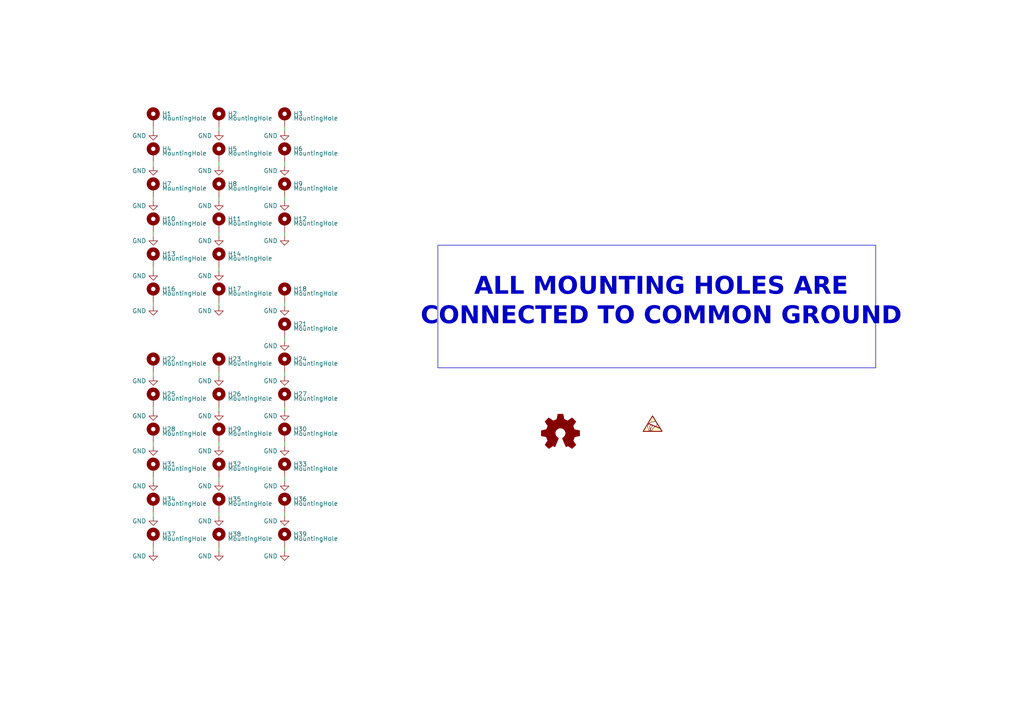
<source format=kicad_sch>
(kicad_sch (version 20231120) (generator "eeschema") (generator_version "8.0")
  (paper "A4")
  (title_block (title "Mounting Holes") (date "2024-11-26") (rev "A") (company "ModuCard System") (comment 1 "Artem Horiunov"))
  (lib_symbols
    (symbol "Graphic:Logo_Open_Hardware_Small" (in_bom no) (on_board no)
      (symbol "Logo_Open_Hardware_Small_0_1"
        (polyline (pts (xy 3.3528 -4.3434) (xy 3.302 -4.318) (xy 3.175 -4.2418) (xy 2.9972 -4.1148) (xy 2.7686 -3.9624) (xy 2.54 -3.81) (xy 2.3622 -3.7084) (xy 2.2352 -3.6068) (xy 2.1844 -3.5814) (xy 2.159 -3.6068) (xy 2.0574 -3.6576) (xy 1.905 -3.7338) (xy 1.8034 -3.7846) (xy 1.6764 -3.8354) (xy 1.6002 -3.8354) (xy 1.6002 -3.8354) (xy 1.5494 -3.7338) (xy 1.4732 -3.5306) (xy 1.3462 -3.302) (xy 1.2446 -3.0226) (xy 1.1176 -2.7178) (xy 0.9652 -2.413) (xy 0.8636 -2.1082) (xy 0.7366 -1.8288) (xy 0.6604 -1.6256) (xy 0.6096 -1.4732) (xy 0.5842 -1.397) (xy 0.5842 -1.397) (xy 0.6604 -1.3208) (xy 0.7874 -1.2446) (xy 1.0414 -1.016) (xy 1.2954 -0.6858) (xy 1.4478 -0.3302) (xy 1.524 0.0762) (xy 1.4732 0.4572) (xy 1.3208 0.8128) (xy 1.0668 1.143) (xy 0.762 1.3716) (xy 0.4064 1.524) (xy 0 1.5748) (xy -0.381 1.5494) (xy -0.7366 1.397) (xy -1.0668 1.143) (xy -1.2192 0.9906) (xy -1.397 0.6604) (xy -1.524 0.3048) (xy -1.524 0.2286) (xy -1.4986 -0.1778) (xy -1.397 -0.5334) (xy -1.1938 -0.8636) (xy -0.9144 -1.143) (xy -0.8636 -1.1684) (xy -0.7366 -1.27) (xy -0.635 -1.3462) (xy -0.5842 -1.397) (xy -1.0668 -2.5908) (xy -1.143 -2.794) (xy -1.2954 -3.1242) (xy -1.397 -3.4036) (xy -1.4986 -3.6322) (xy -1.5748 -3.7846) (xy -1.6002 -3.8354) (xy -1.6002 -3.8354) (xy -1.651 -3.8354) (xy -1.7272 -3.81) (xy -1.905 -3.7338) (xy -2.0066 -3.683) (xy -2.1336 -3.6068) (xy -2.2098 -3.5814) (xy -2.2606 -3.6068) (xy -2.3622 -3.683) (xy -2.54 -3.81) (xy -2.7686 -3.9624) (xy -2.9718 -4.0894) (xy -3.1496 -4.2164) (xy -3.302 -4.318) (xy -3.3528 -4.3434) (xy -3.3782 -4.3434) (xy -3.429 -4.318) (xy -3.5306 -4.2164) (xy -3.7084 -4.064) (xy -3.937 -3.8354) (xy -3.9624 -3.81) (xy -4.1656 -3.6068) (xy -4.318 -3.4544) (xy -4.4196 -3.3274) (xy -4.445 -3.2766) (xy -4.445 -3.2766) (xy -4.4196 -3.2258) (xy -4.318 -3.0734) (xy -4.2164 -2.8956) (xy -4.064 -2.667) (xy -3.6576 -2.0828) (xy -3.8862 -1.5494) (xy -3.937 -1.3716) (xy -4.0386 -1.1684) (xy -4.0894 -1.0414) (xy -4.1148 -0.9652) (xy -4.191 -0.9398) (xy -4.318 -0.9144) (xy -4.5466 -0.8636) (xy -4.8006 -0.8128) (xy -5.0546 -0.7874) (xy -5.2578 -0.7366) (xy -5.4356 -0.7112) (xy -5.5118 -0.6858) (xy -5.5118 -0.6858) (xy -5.5372 -0.635) (xy -5.5372 -0.5588) (xy -5.5372 -0.4318) (xy -5.5626 -0.2286) (xy -5.5626 0.0762) (xy -5.5626 0.127) (xy -5.5372 0.4064) (xy -5.5372 0.635) (xy -5.5372 0.762) (xy -5.5372 0.8382) (xy -5.5372 0.8382) (xy -5.461 0.8382) (xy -5.3086 0.889) (xy -5.08 0.9144) (xy -4.826 0.9652) (xy -4.8006 0.9906) (xy -4.5466 1.0414) (xy -4.318 1.0668) (xy -4.1656 1.1176) (xy -4.0894 1.143) (xy -4.0894 1.143) (xy -4.0386 1.2446) (xy -3.9624 1.4224) (xy -3.8608 1.6256) (xy -3.7846 1.8288) (xy -3.7084 2.0066) (xy -3.6576 2.159) (xy -3.6322 2.2098) (xy -3.6322 2.2098) (xy -3.683 2.286) (xy -3.7592 2.413) (xy -3.8862 2.5908) (xy -4.064 2.8194) (xy -4.064 2.8448) (xy -4.2164 3.0734) (xy -4.3434 3.2512) (xy -4.4196 3.3782) (xy -4.445 3.4544) (xy -4.445 3.4544) (xy -4.3942 3.5052) (xy -4.2926 3.6322) (xy -4.1148 3.81) (xy -3.937 4.0132) (xy -3.8608 4.064) (xy -3.6576 4.2926) (xy -3.5052 4.4196) (xy -3.4036 4.4958) (xy -3.3528 4.5212) (xy -3.3528 4.5212) (xy -3.302 4.4704) (xy -3.1496 4.3688) (xy -2.9718 4.2418) (xy -2.7432 4.0894) (xy -2.7178 4.0894) (xy -2.4892 3.937) (xy -2.3114 3.81) (xy -2.1844 3.7084) (xy -2.1336 3.683) (xy -2.1082 3.683) (xy -2.032 3.7084) (xy -1.8542 3.7592) (xy -1.6764 3.8354) (xy -1.4732 3.937) (xy -1.27 4.0132) (xy -1.143 4.064) (xy -1.0668 4.1148) (xy -1.0668 4.1148) (xy -1.0414 4.191) (xy -1.016 4.3434) (xy -0.9652 4.572) (xy -0.9144 4.8514) (xy -0.889 4.9022) (xy -0.8382 5.1562) (xy -0.8128 5.3848) (xy -0.7874 5.5372) (xy -0.762 5.588) (xy -0.7112 5.6134) (xy -0.5842 5.6134) (xy -0.4064 5.6134) (xy -0.1524 5.6134) (xy 0.0762 5.6134) (xy 0.3302 5.6134) (xy 0.5334 5.6134) (xy 0.6858 5.588) (xy 0.7366 5.588) (xy 0.7366 5.588) (xy 0.762 5.5118) (xy 0.8128 5.334) (xy 0.8382 5.1054) (xy 0.9144 4.826) (xy 0.9144 4.7752) (xy 0.9652 4.5212) (xy 1.016 4.2926) (xy 1.0414 4.1402) (xy 1.0668 4.0894) (xy 1.0668 4.0894) (xy 1.1938 4.0386) (xy 1.3716 3.9624) (xy 1.5748 3.8608) (xy 2.0828 3.6576) (xy 2.7178 4.0894) (xy 2.7686 4.1402) (xy 2.9972 4.2926) (xy 3.175 4.4196) (xy 3.302 4.4958) (xy 3.3782 4.5212) (xy 3.3782 4.5212) (xy 3.429 4.4704) (xy 3.556 4.3434) (xy 3.7338 4.191) (xy 3.9116 3.9878) (xy 4.064 3.8354) (xy 4.2418 3.6576) (xy 4.3434 3.556) (xy 4.4196 3.4798) (xy 4.4196 3.429) (xy 4.4196 3.4036) (xy 4.3942 3.3274) (xy 4.2926 3.2004) (xy 4.1656 2.9972) (xy 4.0132 2.794) (xy 3.8862 2.5908) (xy 3.7592 2.3876) (xy 3.6576 2.2352) (xy 3.6322 2.159) (xy 3.6322 2.1336) (xy 3.683 2.0066) (xy 3.7592 1.8288) (xy 3.8608 1.6002) (xy 4.064 1.1176) (xy 4.3942 1.0414) (xy 4.5974 1.016) (xy 4.8768 0.9652) (xy 5.1308 0.9144) (xy 5.5372 0.8382) (xy 5.5626 -0.6604) (xy 5.4864 -0.6858) (xy 5.4356 -0.6858) (xy 5.2832 -0.7366) (xy 5.0546 -0.762) (xy 4.8006 -0.8128) (xy 4.5974 -0.8636) (xy 4.3688 -0.9144) (xy 4.2164 -0.9398) (xy 4.1402 -0.9398) (xy 4.1148 -0.9652) (xy 4.064 -1.0668) (xy 3.9878 -1.2446) (xy 3.9116 -1.4478) (xy 3.81 -1.651) (xy 3.7338 -1.8542) (xy 3.683 -2.0066) (xy 3.6576 -2.0828) (xy 3.683 -2.1336) (xy 3.7846 -2.2606) (xy 3.8862 -2.4638) (xy 4.0386 -2.667) (xy 4.191 -2.8956) (xy 4.318 -3.0734) (xy 4.3942 -3.2004) (xy 4.445 -3.2766) (xy 4.4196 -3.3274) (xy 4.3434 -3.429) (xy 4.1656 -3.5814) (xy 3.937 -3.8354) (xy 3.8862 -3.8608) (xy 3.683 -4.064) (xy 3.5306 -4.2164) (xy 3.4036 -4.318) (xy 3.3528 -4.3434)) (fill (type outline)))
      )
    )
    (symbol "Graphic:SYM_ESD_Small" (in_bom no) (on_board no)
      (symbol "SYM_ESD_Small_0_0"
        (polyline (pts (xy -1.27 0.381) (xy 2.159 -1.016)) (stroke (width 0.254)))
        (polyline (pts (xy -2.667 -1.905) (xy 2.794 -1.905) (xy 0 2.54) (xy -2.667 -1.905)) (stroke (width 0.254)))
        (polyline (pts (xy 2.7432 -1.905) (xy 2.7178 -1.8796) (xy 2.6162 -1.6764) (xy 2.5654 -1.6002) (xy 2.4892 -1.4986) (xy 2.4384 -1.3716) (xy 1.7526 -0.2286) (xy 1.7018 -0.127) (xy 1.6256 -0.0508) (xy 1.6002 0.0508) (xy 1.5494 0.1016) (xy 1.4986 0.2032) (xy 1.4732 0.2286) (xy 1.4732 0.2032) (xy 1.4478 0.2032) (xy 1.3208 0.0762) (xy 1.2954 0.0254) (xy 1.2954 -0.0254) (xy 1.27 -0.0762) (xy 1.2446 -0.1524) (xy 1.143 -0.254) (xy 1.0922 -0.3302) (xy 1.0414 -0.3556) (xy 0.9144 -0.4826) (xy 0.762 -0.5842) (xy 0.6604 -0.6604) (xy 0.508 -0.762) (xy 0.4572 -0.8128) (xy 0.3556 -0.8636) (xy 0.3048 -0.9144) (xy 0.2286 -0.9652) (xy 0.0762 -1.1938) (xy 0.0254 -1.2954) (xy -0.0254 -1.4224) (xy -0.0508 -1.4986) (xy -0.1016 -1.5748) (xy -0.127 -1.651) (xy -0.1778 -1.6764) (xy -0.2032 -1.7272) (xy -0.254 -1.7526) (xy -0.4064 -1.7526) (xy -0.4064 -1.7272) (xy -0.4572 -1.7018) (xy -0.4826 -1.6256) (xy -0.508 -1.524) (xy -0.508 -1.0922) (xy -0.4572 -0.889) (xy -0.4064 -0.8128) (xy -0.254 -0.6604) (xy -0.2032 -0.5842) (xy -0.127 -0.5334) (xy -0.1016 -0.4826) (xy -0.0762 -0.4064) (xy -0.0508 -0.3556) (xy -0.0254 -0.3302) (xy -0.0254 -0.2794) (xy 0 -0.2286) (xy -0.0762 -0.1524) (xy -0.127 -0.127) (xy -0.1524 -0.0762) (xy -0.2032 -0.0508) (xy -0.2286 -0.0254) (xy -0.254 -0.0254) (xy -0.3048 -0.0762) (xy -0.3556 -0.1016) (xy -0.4318 -0.127) (xy -0.4826 -0.1524) (xy -0.5588 -0.2286) (xy -0.6096 -0.254) (xy -0.8382 -0.4826) (xy -0.8128 -0.5588) (xy -0.7874 -0.5842) (xy -0.7874 -0.8636) (xy -0.8128 -0.889) (xy -0.8128 -0.9652) (xy -0.762 -1.016) (xy -0.762 -1.0414) (xy -0.6604 -1.2954) (xy -0.6604 -1.5748) (xy -0.6858 -1.6002) (xy -0.6858 -1.6256) (xy -0.7366 -1.7018) (xy -0.8382 -1.7526) (xy -0.9144 -1.7526) (xy -0.9398 -1.7272) (xy -0.9652 -1.6764) (xy -1.016 -1.6002) (xy -1.0414 -1.524) (xy -1.143 -1.27) (xy -1.2192 -1.0414) (xy -1.27 -0.9652) (xy -1.2954 -0.889) (xy -1.3208 -0.8382) (xy -1.3208 -0.8128) (xy -1.3716 -0.7112) (xy -1.397 -0.5842) (xy -1.397 -0.4826) (xy -1.3716 -0.381) (xy -1.3208 -0.254) (xy -1.2954 -0.2032) (xy -1.1938 -0.0508) (xy -1.0414 0.1524) (xy -0.9906 0.2032) (xy -0.9652 0.254) (xy -0.9144 0.3302) (xy -0.889 0.381) (xy -0.8636 0.381) (xy -0.8128 0.508) (xy -0.6096 0.7112) (xy -0.5334 0.7366) (xy -0.508 0.762) (xy -0.4318 0.762) (xy -0.3556 0.7874) (xy -0.2286 0.8128) (xy -0.1016 0.8128) (xy 0.0508 0.8382) (xy 0.2032 0.8382) (xy 0.3048 0.8636) (xy 0.4826 0.8636) (xy 0.5334 0.889) (xy 0.5842 0.889) (xy 0.6858 0.9398) (xy 0.7112 0.9652) (xy 0.762 0.9906) (xy 0.8128 1.0414) (xy 0.8636 1.0668) (xy 0.889 1.1176) (xy 0.9144 1.143) (xy 0.9144 1.1938) (xy 0.889 1.2192) (xy 0.8636 1.27) (xy 0.8128 1.3462) (xy 0.7112 1.5494) (xy 0.635 1.651) (xy 0.5842 1.7526) (xy 0.508 1.8796) (xy 0.4572 1.9558) (xy 0.381 2.0828) (xy 0.3048 2.1844) (xy 0.254 2.286) (xy 0.2032 2.3622) (xy 0.1778 2.4384) (xy 0.1016 2.5146) (xy 0.1016 2.54) (xy 0.0762 2.5654) (xy 0.0762 2.5908) (xy 0.0254 2.5908) (xy 0.0254 2.5654) (xy -0.0254 2.5146) (xy -0.1016 2.3622) (xy -0.254 2.1336) (xy -0.3048 2.032) (xy -0.4572 1.778) (xy -0.5588 1.6256) (xy -0.762 1.27) (xy -0.889 1.0668) (xy -1.016 0.8382) (xy -1.1684 0.6096) (xy -1.3208 0.3302) (xy -1.397 0.2032) (xy -1.524 -0.0254) (xy -1.778 -0.4318) (xy -1.8796 -0.635) (xy -2.0066 -0.8128) (xy -2.1082 -0.9906) (xy -2.2098 -1.143) (xy -2.286 -1.2954) (xy -2.4384 -1.5494) (xy -2.4892 -1.651) (xy -2.5654 -1.7526) (xy -2.5908 -1.8288) (xy -2.6162 -1.8796) (xy -2.6416 -1.905) (xy -2.6416 -1.9304) (xy 2.7432 -1.9304) (xy 2.7432 -1.905)) (stroke (width 0.127)) (fill (type background)))
      )
    )
    (symbol "Mechanical:MountingHole_Pad" (pin_numbers hide) (pin_names (offset 1.016) hide)
      (property "Reference" "H" (at 0 6.35 0))
      (property "Value" "MountingHole_Pad" (at 0 4.445 0))
      (symbol "MountingHole_Pad_0_1"
        (circle (center 0 1.27) (radius 1.27) (stroke (width 1.27)))
      )
      (symbol "MountingHole_Pad_1_1"
        (pin input line (at 0 -2.54 90) (length 2.54) (name "1") (number "1"))
      )
    )
    (symbol "power:GND" (power) (pin_numbers hide) (pin_names (offset 0) hide)
      (property "Value" "GND" (at 0 -3.81 0))
      (symbol "GND_0_1"
        (polyline (pts (xy 0 0) (xy 0 -1.27) (xy 1.27 -1.27) (xy 0 -2.54) (xy -1.27 -1.27) (xy 0 -1.27)))
      )
      (symbol "GND_1_1"
        (pin power_in line (at 0 0 270) (length 0) (name "~") (number "1"))
      )
    )
  )
  (wire (pts (xy 44.45 77.47) (xy 44.45 78.74)))
  (wire (pts (xy 82.55 36.83) (xy 82.55 38.1)))
  (wire (pts (xy 44.45 107.95) (xy 44.45 109.22)))
  (wire (pts (xy 44.45 158.75) (xy 44.45 160.02)))
  (wire (pts (xy 82.55 97.79) (xy 82.55 99.06)))
  (wire (pts (xy 82.55 128.27) (xy 82.55 129.54)))
  (wire (pts (xy 82.55 57.15) (xy 82.55 58.42)))
  (wire (pts (xy 63.5 118.11) (xy 63.5 119.38)))
  (wire (pts (xy 82.55 87.63) (xy 82.55 88.9)))
  (wire (pts (xy 63.5 138.43) (xy 63.5 139.7)))
  (wire (pts (xy 44.45 118.11) (xy 44.45 119.38)))
  (wire (pts (xy 63.5 67.31) (xy 63.5 68.58)))
  (wire (pts (xy 44.45 87.63) (xy 44.45 88.9)))
  (wire (pts (xy 63.5 87.63) (xy 63.5 88.9)))
  (wire (pts (xy 44.45 128.27) (xy 44.45 129.54)))
  (wire (pts (xy 44.45 36.83) (xy 44.45 38.1)))
  (wire (pts (xy 63.5 57.15) (xy 63.5 58.42)))
  (wire (pts (xy 63.5 107.95) (xy 63.5 109.22)))
  (wire (pts (xy 44.45 148.59) (xy 44.45 149.86)))
  (wire (pts (xy 63.5 77.47) (xy 63.5 78.74)))
  (wire (pts (xy 44.45 67.31) (xy 44.45 68.58)))
  (wire (pts (xy 44.45 138.43) (xy 44.45 139.7)))
  (wire (pts (xy 82.55 107.95) (xy 82.55 109.22)))
  (wire (pts (xy 44.45 46.99) (xy 44.45 48.26)))
  (wire (pts (xy 63.5 148.59) (xy 63.5 149.86)))
  (wire (pts (xy 63.5 36.83) (xy 63.5 38.1)))
  (wire (pts (xy 82.55 46.99) (xy 82.55 48.26)))
  (wire (pts (xy 63.5 46.99) (xy 63.5 48.26)))
  (wire (pts (xy 82.55 67.31) (xy 82.55 68.58)))
  (wire (pts (xy 82.55 118.11) (xy 82.55 119.38)))
  (wire (pts (xy 82.55 138.43) (xy 82.55 139.7)))
  (wire (pts (xy 82.55 148.59) (xy 82.55 149.86)))
  (wire (pts (xy 44.45 57.15) (xy 44.45 58.42)))
  (wire (pts (xy 63.5 158.75) (xy 63.5 160.02)))
  (wire (pts (xy 63.5 128.27) (xy 63.5 129.54)))
  (wire (pts (xy 82.55 158.75) (xy 82.55 160.02)))
  (rectangle (start 127 71.12) (end 254 106.68))
  (text "ALL MOUNTING HOLES ARE\nCONNECTED TO COMMON GROUND" (at 191.77 88.9 0) (effects (font (size 5.08 5.08) (thickness 2.032) (bold yes) (italic yes))))
  (symbol (lib_id "Mechanical:MountingHole_Pad") (at 63.5 115.57 0) (unit 1)
    (property "Reference" "H26" (at 66.04 114.3 0) (effects (justify left)))
    (property "Value" "MountingHole" (at 66.04 115.57 0) (effects (justify left)))
    (property "Footprint" "MountingHole:MountingHole_2.7mm_M2.5_DIN965_Pad" (effects (hide yes)))
    (property "DNP" "1" (effects (hide yes)))
  )
  (symbol (lib_id "power:GND") (at 44.45 160.02 0) (unit 1)
    (property "Reference" "#PWR090" (effects (hide yes)))
    (property "Value" "GND" (at 40.386 161.29 0))
    (property "Description" "Power symbol creates a global label with name \"GND\" , ground" (effects (hide yes)))
  )
  (symbol (lib_id "power:GND") (at 82.55 48.26 0) (unit 1)
    (property "Reference" "#PWR057" (effects (hide yes)))
    (property "Value" "GND" (at 78.486 49.53 0))
    (property "Description" "Power symbol creates a global label with name \"GND\" , ground" (effects (hide yes)))
  )
  (symbol (lib_id "power:GND") (at 82.55 38.1 0) (unit 1)
    (property "Reference" "#PWR056" (effects (hide yes)))
    (property "Value" "GND" (at 78.486 39.37 0))
    (property "Description" "Power symbol creates a global label with name \"GND\" , ground" (effects (hide yes)))
  )
  (symbol (lib_id "power:GND") (at 63.5 88.9 0) (unit 1)
    (property "Reference" "#PWR070" (effects (hide yes)))
    (property "Value" "GND" (at 59.436 90.17 0))
    (property "Description" "Power symbol creates a global label with name \"GND\" , ground" (effects (hide yes)))
  )
  (symbol (lib_id "Mechanical:MountingHole_Pad") (at 44.45 156.21 0) (unit 1)
    (property "Reference" "H37" (at 46.99 154.94 0) (effects (justify left)))
    (property "Value" "MountingHole" (at 46.99 156.21 0) (effects (justify left)))
    (property "Footprint" "MountingHole:MountingHole_2.7mm_M2.5_DIN965_Pad" (effects (hide yes)))
    (property "DNP" "1" (effects (hide yes)))
  )
  (symbol (lib_id "Mechanical:MountingHole_Pad") (at 82.55 64.77 0) (unit 1)
    (property "Reference" "H12" (at 85.09 63.5 0) (effects (justify left)))
    (property "Value" "MountingHole" (at 85.09 64.77 0) (effects (justify left)))
    (property "Footprint" "MountingHole:MountingHole_2.7mm_M2.5_DIN965_Pad" (effects (hide yes)))
    (property "DNP" "1" (effects (hide yes)))
  )
  (symbol (lib_id "Mechanical:MountingHole_Pad") (at 63.5 34.29 0) (unit 1) (in_bom no)
    (property "Reference" "H2" (at 66.04 33.02 0) (effects (justify left)))
    (property "Value" "MountingHole" (at 66.04 34.29 0) (effects (justify left)))
    (property "Footprint" "MountingHole:MountingHole_2.7mm_M2.5_DIN965_Pad" (effects (hide yes)))
    (property "DNP" "1" (effects (hide yes)))
  )
  (symbol (lib_id "Mechanical:MountingHole_Pad") (at 63.5 44.45 0) (unit 1)
    (property "Reference" "H5" (at 66.04 43.18 0) (effects (justify left)))
    (property "Value" "MountingHole" (at 66.04 44.45 0) (effects (justify left)))
    (property "Footprint" "MountingHole:MountingHole_2.7mm_M2.5_DIN965_Pad" (effects (hide yes)))
    (property "DNP" "1" (effects (hide yes)))
  )
  (symbol (lib_id "Mechanical:MountingHole_Pad") (at 44.45 64.77 0) (unit 1)
    (property "Reference" "H10" (at 46.99 63.5 0) (effects (justify left)))
    (property "Value" "MountingHole" (at 46.99 64.77 0) (effects (justify left)))
    (property "Footprint" "MountingHole:MountingHole_2.7mm_M2.5_DIN965_Pad" (effects (hide yes)))
    (property "DNP" "1" (effects (hide yes)))
  )
  (symbol (lib_id "Mechanical:MountingHole_Pad") (at 82.55 125.73 0) (unit 1)
    (property "Reference" "H30" (at 85.09 124.46 0) (effects (justify left)))
    (property "Value" "MountingHole" (at 85.09 125.73 0) (effects (justify left)))
    (property "Footprint" "MountingHole:MountingHole_2.7mm_M2.5_DIN965_Pad" (effects (hide yes)))
    (property "DNP" "1" (effects (hide yes)))
  )
  (symbol (lib_id "power:GND") (at 63.5 160.02 0) (unit 1)
    (property "Reference" "#PWR091" (effects (hide yes)))
    (property "Value" "GND" (at 59.436 161.29 0))
    (property "Description" "Power symbol creates a global label with name \"GND\" , ground" (effects (hide yes)))
  )
  (symbol (lib_id "Mechanical:MountingHole_Pad") (at 63.5 105.41 0) (unit 1)
    (property "Reference" "H23" (at 66.04 104.14 0) (effects (justify left)))
    (property "Value" "MountingHole" (at 66.04 105.41 0) (effects (justify left)))
    (property "Footprint" "MountingHole:MountingHole_2.7mm_M2.5_DIN965_Pad" (effects (hide yes)))
    (property "DNP" "1" (effects (hide yes)))
  )
  (symbol (lib_id "power:GND") (at 44.45 119.38 0) (unit 1)
    (property "Reference" "#PWR078" (effects (hide yes)))
    (property "Value" "GND" (at 40.386 120.65 0))
    (property "Description" "Power symbol creates a global label with name \"GND\" , ground" (effects (hide yes)))
  )
  (symbol (lib_id "Mechanical:MountingHole_Pad") (at 63.5 85.09 0) (unit 1)
    (property "Reference" "H17" (at 66.04 83.82 0) (effects (justify left)))
    (property "Value" "MountingHole" (at 66.04 85.09 0) (effects (justify left)))
    (property "Footprint" "MountingHole:MountingHole_2.7mm_M2.5_DIN965_Pad" (effects (hide yes)))
    (property "DNP" "1" (effects (hide yes)))
  )
  (symbol (lib_id "power:GND") (at 44.45 48.26 0) (unit 1)
    (property "Reference" "#PWR059" (effects (hide yes)))
    (property "Value" "GND" (at 40.386 49.53 0))
    (property "Description" "Power symbol creates a global label with name \"GND\" , ground" (effects (hide yes)))
  )
  (symbol (lib_id "power:GND") (at 82.55 129.54 0) (unit 1)
    (property "Reference" "#PWR083" (effects (hide yes)))
    (property "Value" "GND" (at 78.486 130.81 0))
    (property "Description" "Power symbol creates a global label with name \"GND\" , ground" (effects (hide yes)))
  )
  (symbol (lib_id "power:GND") (at 44.45 109.22 0) (unit 1)
    (property "Reference" "#PWR075" (effects (hide yes)))
    (property "Value" "GND" (at 40.386 110.49 0))
    (property "Description" "Power symbol creates a global label with name \"GND\" , ground" (effects (hide yes)))
  )
  (symbol (lib_id "power:GND") (at 63.5 68.58 0) (unit 1)
    (property "Reference" "#PWR064" (effects (hide yes)))
    (property "Value" "GND" (at 59.436 69.85 0))
    (property "Description" "Power symbol creates a global label with name \"GND\" , ground" (effects (hide yes)))
  )
  (symbol (lib_id "Mechanical:MountingHole_Pad") (at 82.55 105.41 0) (unit 1)
    (property "Reference" "H24" (at 85.09 104.14 0) (effects (justify left)))
    (property "Value" "MountingHole" (at 85.09 105.41 0) (effects (justify left)))
    (property "Footprint" "MountingHole:MountingHole_2.7mm_M2.5_DIN965_Pad" (effects (hide yes)))
    (property "DNP" "1" (effects (hide yes)))
  )
  (symbol (lib_id "power:GND") (at 63.5 38.1 0) (unit 1)
    (property "Reference" "#PWR055" (effects (hide yes)))
    (property "Value" "GND" (at 59.436 39.37 0))
    (property "Description" "Power symbol creates a global label with name \"GND\" , ground" (effects (hide yes)))
  )
  (symbol (lib_id "Mechanical:MountingHole_Pad") (at 82.55 95.25 0) (unit 1)
    (property "Reference" "H21" (at 85.09 93.98 0) (effects (justify left)))
    (property "Value" "MountingHole" (at 85.09 95.25 0) (effects (justify left)))
    (property "Footprint" "MountingHole:MountingHole_2.7mm_M2.5_DIN965_Pad" (effects (hide yes)))
    (property "DNP" "1" (effects (hide yes)))
  )
  (symbol (lib_id "power:GND") (at 82.55 149.86 0) (unit 1)
    (property "Reference" "#PWR089" (effects (hide yes)))
    (property "Value" "GND" (at 78.486 151.13 0))
    (property "Description" "Power symbol creates a global label with name \"GND\" , ground" (effects (hide yes)))
  )
  (symbol (lib_id "power:GND") (at 82.55 109.22 0) (unit 1)
    (property "Reference" "#PWR077" (effects (hide yes)))
    (property "Value" "GND" (at 78.486 110.49 0))
    (property "Description" "Power symbol creates a global label with name \"GND\" , ground" (effects (hide yes)))
  )
  (symbol (lib_id "power:GND") (at 82.55 99.06 0) (unit 1)
    (property "Reference" "#PWR072" (effects (hide yes)))
    (property "Value" "GND" (at 78.486 100.33 0))
    (property "Description" "Power symbol creates a global label with name \"GND\" , ground" (effects (hide yes)))
  )
  (symbol (lib_id "power:GND") (at 82.55 68.58 0) (unit 1)
    (property "Reference" "#PWR065" (effects (hide yes)))
    (property "Value" "GND" (at 78.486 69.85 0))
    (property "Description" "Power symbol creates a global label with name \"GND\" , ground" (effects (hide yes)))
  )
  (symbol (lib_id "power:GND") (at 82.55 58.42 0) (unit 1)
    (property "Reference" "#PWR060" (effects (hide yes)))
    (property "Value" "GND" (at 78.486 59.69 0))
    (property "Description" "Power symbol creates a global label with name \"GND\" , ground" (effects (hide yes)))
  )
  (symbol (lib_id "Mechanical:MountingHole_Pad") (at 44.45 135.89 0) (unit 1)
    (property "Reference" "H31" (at 46.99 134.62 0) (effects (justify left)))
    (property "Value" "MountingHole" (at 46.99 135.89 0) (effects (justify left)))
    (property "Footprint" "MountingHole:MountingHole_2.7mm_M2.5_DIN965_Pad" (effects (hide yes)))
    (property "DNP" "1" (effects (hide yes)))
  )
  (symbol (lib_id "Mechanical:MountingHole_Pad") (at 44.45 34.29 0) (unit 1) (in_bom no)
    (property "Reference" "H1" (at 46.99 33.02 0) (effects (justify left)))
    (property "Value" "MountingHole" (at 46.99 34.29 0) (effects (justify left)))
    (property "Footprint" "MountingHole:MountingHole_2.7mm_M2.5_DIN965_Pad" (effects (hide yes)))
    (property "DNP" "1" (effects (hide yes)))
  )
  (symbol (lib_id "Mechanical:MountingHole_Pad") (at 44.45 74.93 0) (unit 1)
    (property "Reference" "H13" (at 46.99 73.66 0) (effects (justify left)))
    (property "Value" "MountingHole" (at 46.99 74.93 0) (effects (justify left)))
    (property "Footprint" "MountingHole:MountingHole_2.7mm_M2.5_DIN965_Pad" (effects (hide yes)))
    (property "DNP" "1" (effects (hide yes)))
  )
  (symbol (lib_id "power:GND") (at 82.55 119.38 0) (unit 1)
    (property "Reference" "#PWR080" (effects (hide yes)))
    (property "Value" "GND" (at 78.486 120.65 0))
    (property "Description" "Power symbol creates a global label with name \"GND\" , ground" (effects (hide yes)))
  )
  (symbol (lib_id "power:GND") (at 63.5 48.26 0) (unit 1)
    (property "Reference" "#PWR058" (effects (hide yes)))
    (property "Value" "GND" (at 59.436 49.53 0))
    (property "Description" "Power symbol creates a global label with name \"GND\" , ground" (effects (hide yes)))
  )
  (symbol (lib_id "Mechanical:MountingHole_Pad") (at 82.55 146.05 0) (unit 1)
    (property "Reference" "H36" (at 85.09 144.78 0) (effects (justify left)))
    (property "Value" "MountingHole" (at 85.09 146.05 0) (effects (justify left)))
    (property "Footprint" "MountingHole:MountingHole_2.7mm_M2.5_DIN965_Pad" (effects (hide yes)))
    (property "DNP" "1" (effects (hide yes)))
  )
  (symbol (lib_id "Mechanical:MountingHole_Pad") (at 63.5 64.77 0) (unit 1)
    (property "Reference" "H11" (at 66.04 63.5 0) (effects (justify left)))
    (property "Value" "MountingHole" (at 66.04 64.77 0) (effects (justify left)))
    (property "Footprint" "MountingHole:MountingHole_2.7mm_M2.5_DIN965_Pad" (effects (hide yes)))
    (property "DNP" "1" (effects (hide yes)))
  )
  (symbol (lib_id "power:GND") (at 44.45 88.9 0) (unit 1)
    (property "Reference" "#PWR068" (effects (hide yes)))
    (property "Value" "GND" (at 40.386 90.17 0))
    (property "Description" "Power symbol creates a global label with name \"GND\" , ground" (effects (hide yes)))
  )
  (symbol (lib_id "Mechanical:MountingHole_Pad") (at 44.45 44.45 0) (unit 1)
    (property "Reference" "H4" (at 46.99 43.18 0) (effects (justify left)))
    (property "Value" "MountingHole" (at 46.99 44.45 0) (effects (justify left)))
    (property "Footprint" "MountingHole:MountingHole_2.7mm_M2.5_DIN965_Pad" (effects (hide yes)))
    (property "DNP" "1" (effects (hide yes)))
  )
  (symbol (lib_id "Mechanical:MountingHole_Pad") (at 63.5 135.89 0) (unit 1)
    (property "Reference" "H32" (at 66.04 134.62 0) (effects (justify left)))
    (property "Value" "MountingHole" (at 66.04 135.89 0) (effects (justify left)))
    (property "Footprint" "MountingHole:MountingHole_2.7mm_M2.5_DIN965_Pad" (effects (hide yes)))
    (property "DNP" "1" (effects (hide yes)))
  )
  (symbol (lib_id "Graphic:SYM_ESD_Small") (at 189.23 123.19 0) (unit 1) (exclude_from_sim yes) (in_bom no) (on_board no)
    (property "Reference" "#SYM2" (effects (hide yes)))
    (property "Value" "SYM_ESD_Small" (effects (hide yes)))
    (property "Footprint" "Symbol:ESD-Logo_6.6x6mm_SilkScreen" (effects (hide yes)))
    (property "Description" "ESD warning/\"Do not touch\" symbol, small" (effects (hide yes)))
  )
  (symbol (lib_id "power:GND") (at 82.55 88.9 0) (unit 1)
    (property "Reference" "#PWR071" (effects (hide yes)))
    (property "Value" "GND" (at 78.486 90.17 0))
    (property "Description" "Power symbol creates a global label with name \"GND\" , ground" (effects (hide yes)))
  )
  (symbol (lib_id "Mechanical:MountingHole_Pad") (at 82.55 135.89 0) (unit 1)
    (property "Reference" "H33" (at 85.09 134.62 0) (effects (justify left)))
    (property "Value" "MountingHole" (at 85.09 135.89 0) (effects (justify left)))
    (property "Footprint" "MountingHole:MountingHole_2.7mm_M2.5_DIN965_Pad" (effects (hide yes)))
    (property "DNP" "1" (effects (hide yes)))
  )
  (symbol (lib_id "power:GND") (at 63.5 119.38 0) (unit 1)
    (property "Reference" "#PWR079" (effects (hide yes)))
    (property "Value" "GND" (at 59.436 120.65 0))
    (property "Description" "Power symbol creates a global label with name \"GND\" , ground" (effects (hide yes)))
  )
  (symbol (lib_id "Mechanical:MountingHole_Pad") (at 63.5 156.21 0) (unit 1)
    (property "Reference" "H38" (at 66.04 154.94 0) (effects (justify left)))
    (property "Value" "MountingHole" (at 66.04 156.21 0) (effects (justify left)))
    (property "Footprint" "MountingHole:MountingHole_2.7mm_M2.5_DIN965_Pad" (effects (hide yes)))
    (property "DNP" "1" (effects (hide yes)))
  )
  (symbol (lib_id "power:GND") (at 82.55 160.02 0) (unit 1)
    (property "Reference" "#PWR092" (effects (hide yes)))
    (property "Value" "GND" (at 78.486 161.29 0))
    (property "Description" "Power symbol creates a global label with name \"GND\" , ground" (effects (hide yes)))
  )
  (symbol (lib_id "Mechanical:MountingHole_Pad") (at 44.45 105.41 0) (unit 1)
    (property "Reference" "H22" (at 46.99 104.14 0) (effects (justify left)))
    (property "Value" "MountingHole" (at 46.99 105.41 0) (effects (justify left)))
    (property "Footprint" "MountingHole:MountingHole_2.7mm_M2.5_DIN965_Pad" (effects (hide yes)))
    (property "DNP" "1" (effects (hide yes)))
  )
  (symbol (lib_id "power:GND") (at 44.45 78.74 0) (unit 1)
    (property "Reference" "#PWR066" (effects (hide yes)))
    (property "Value" "GND" (at 40.386 80.01 0))
    (property "Description" "Power symbol creates a global label with name \"GND\" , ground" (effects (hide yes)))
  )
  (symbol (lib_id "Mechanical:MountingHole_Pad") (at 63.5 146.05 0) (unit 1)
    (property "Reference" "H35" (at 66.04 144.78 0) (effects (justify left)))
    (property "Value" "MountingHole" (at 66.04 146.05 0) (effects (justify left)))
    (property "Footprint" "MountingHole:MountingHole_2.7mm_M2.5_DIN965_Pad" (effects (hide yes)))
    (property "DNP" "1" (effects (hide yes)))
  )
  (symbol (lib_id "Mechanical:MountingHole_Pad") (at 44.45 146.05 0) (unit 1)
    (property "Reference" "H34" (at 46.99 144.78 0) (effects (justify left)))
    (property "Value" "MountingHole" (at 46.99 146.05 0) (effects (justify left)))
    (property "Footprint" "MountingHole:MountingHole_2.7mm_M2.5_DIN965_Pad" (effects (hide yes)))
    (property "DNP" "1" (effects (hide yes)))
  )
  (symbol (lib_id "Mechanical:MountingHole_Pad") (at 82.55 156.21 0) (unit 1)
    (property "Reference" "H39" (at 85.09 154.94 0) (effects (justify left)))
    (property "Value" "MountingHole" (at 85.09 156.21 0) (effects (justify left)))
    (property "Footprint" "MountingHole:MountingHole_2.7mm_M2.5_DIN965_Pad" (effects (hide yes)))
    (property "DNP" "1" (effects (hide yes)))
  )
  (symbol (lib_id "Mechanical:MountingHole_Pad") (at 82.55 44.45 0) (unit 1)
    (property "Reference" "H6" (at 85.09 43.18 0) (effects (justify left)))
    (property "Value" "MountingHole" (at 85.09 44.45 0) (effects (justify left)))
    (property "Footprint" "MountingHole:MountingHole_2.7mm_M2.5_DIN965_Pad" (effects (hide yes)))
    (property "DNP" "1" (effects (hide yes)))
  )
  (symbol (lib_id "Mechanical:MountingHole_Pad") (at 82.55 85.09 0) (unit 1)
    (property "Reference" "H18" (at 85.09 83.82 0) (effects (justify left)))
    (property "Value" "MountingHole" (at 85.09 85.09 0) (effects (justify left)))
    (property "Footprint" "MountingHole:MountingHole_2.7mm_M2.5_DIN965_Pad" (effects (hide yes)))
    (property "DNP" "1" (effects (hide yes)))
  )
  (symbol (lib_id "power:GND") (at 63.5 139.7 0) (unit 1)
    (property "Reference" "#PWR085" (effects (hide yes)))
    (property "Value" "GND" (at 59.436 140.97 0))
    (property "Description" "Power symbol creates a global label with name \"GND\" , ground" (effects (hide yes)))
  )
  (symbol (lib_id "Mechanical:MountingHole_Pad") (at 44.45 115.57 0) (unit 1)
    (property "Reference" "H25" (at 46.99 114.3 0) (effects (justify left)))
    (property "Value" "MountingHole" (at 46.99 115.57 0) (effects (justify left)))
    (property "Footprint" "MountingHole:MountingHole_2.7mm_M2.5_DIN965_Pad" (effects (hide yes)))
    (property "DNP" "1" (effects (hide yes)))
  )
  (symbol (lib_id "Graphic:Logo_Open_Hardware_Small") (at 162.56 125.73 0) (unit 1) (exclude_from_sim yes) (in_bom no) (on_board no)
    (property "Reference" "#SYM3" (effects (hide yes)))
    (property "Value" "Logo_Open_Hardware_Small" (effects (hide yes)))
    (property "Footprint" "Symbol:KiCad-Logo2_5mm_SilkScreen" (effects (hide yes)))
    (property "Description" "Open Hardware logo, small" (effects (hide yes)))
  )
  (symbol (lib_id "Mechanical:MountingHole_Pad") (at 44.45 85.09 0) (unit 1)
    (property "Reference" "H16" (at 46.99 83.82 0) (effects (justify left)))
    (property "Value" "MountingHole" (at 46.99 85.09 0) (effects (justify left)))
    (property "Footprint" "MountingHole:MountingHole_2.7mm_M2.5_DIN965_Pad" (effects (hide yes)))
    (property "DNP" "1" (effects (hide yes)))
  )
  (symbol (lib_id "Mechanical:MountingHole_Pad") (at 44.45 54.61 0) (unit 1)
    (property "Reference" "H7" (at 46.99 53.34 0) (effects (justify left)))
    (property "Value" "MountingHole" (at 46.99 54.61 0) (effects (justify left)))
    (property "Footprint" "MountingHole:MountingHole_2.7mm_M2.5_DIN965_Pad" (effects (hide yes)))
    (property "DNP" "1" (effects (hide yes)))
  )
  (symbol (lib_id "power:GND") (at 82.55 139.7 0) (unit 1)
    (property "Reference" "#PWR086" (effects (hide yes)))
    (property "Value" "GND" (at 78.486 140.97 0))
    (property "Description" "Power symbol creates a global label with name \"GND\" , ground" (effects (hide yes)))
  )
  (symbol (lib_id "power:GND") (at 44.45 68.58 0) (unit 1)
    (property "Reference" "#PWR063" (effects (hide yes)))
    (property "Value" "GND" (at 40.386 69.85 0))
    (property "Description" "Power symbol creates a global label with name \"GND\" , ground" (effects (hide yes)))
  )
  (symbol (lib_id "power:GND") (at 44.45 139.7 0) (unit 1)
    (property "Reference" "#PWR084" (effects (hide yes)))
    (property "Value" "GND" (at 40.386 140.97 0))
    (property "Description" "Power symbol creates a global label with name \"GND\" , ground" (effects (hide yes)))
  )
  (symbol (lib_id "power:GND") (at 44.45 38.1 0) (unit 1)
    (property "Reference" "#PWR0580" (effects (hide yes)))
    (property "Value" "GND" (at 40.386 39.37 0))
    (property "Description" "Power symbol creates a global label with name \"GND\" , ground" (effects (hide yes)))
  )
  (symbol (lib_id "Mechanical:MountingHole_Pad") (at 63.5 74.93 0) (unit 1)
    (property "Reference" "H14" (at 66.04 73.66 0) (effects (justify left)))
    (property "Value" "MountingHole" (at 66.04 74.93 0) (effects (justify left)))
    (property "Footprint" "MountingHole:MountingHole_2.7mm_M2.5_DIN965_Pad" (effects (hide yes)))
    (property "DNP" "1" (effects (hide yes)))
  )
  (symbol (lib_id "Mechanical:MountingHole_Pad") (at 82.55 54.61 0) (unit 1)
    (property "Reference" "H9" (at 85.09 53.34 0) (effects (justify left)))
    (property "Value" "MountingHole" (at 85.09 54.61 0) (effects (justify left)))
    (property "Footprint" "MountingHole:MountingHole_2.7mm_M2.5_DIN965_Pad" (effects (hide yes)))
    (property "DNP" "1" (effects (hide yes)))
  )
  (symbol (lib_id "Mechanical:MountingHole_Pad") (at 63.5 54.61 0) (unit 1)
    (property "Reference" "H8" (at 66.04 53.34 0) (effects (justify left)))
    (property "Value" "MountingHole" (at 66.04 54.61 0) (effects (justify left)))
    (property "Footprint" "MountingHole:MountingHole_2.7mm_M2.5_DIN965_Pad" (effects (hide yes)))
    (property "DNP" "1" (effects (hide yes)))
  )
  (symbol (lib_id "Mechanical:MountingHole_Pad") (at 63.5 125.73 0) (unit 1)
    (property "Reference" "H29" (at 66.04 124.46 0) (effects (justify left)))
    (property "Value" "MountingHole" (at 66.04 125.73 0) (effects (justify left)))
    (property "Footprint" "MountingHole:MountingHole_2.7mm_M2.5_DIN965_Pad" (effects (hide yes)))
    (property "DNP" "1" (effects (hide yes)))
  )
  (symbol (lib_id "power:GND") (at 63.5 58.42 0) (unit 1)
    (property "Reference" "#PWR061" (effects (hide yes)))
    (property "Value" "GND" (at 59.436 59.69 0))
    (property "Description" "Power symbol creates a global label with name \"GND\" , ground" (effects (hide yes)))
  )
  (symbol (lib_id "power:GND") (at 63.5 129.54 0) (unit 1)
    (property "Reference" "#PWR082" (effects (hide yes)))
    (property "Value" "GND" (at 59.436 130.81 0))
    (property "Description" "Power symbol creates a global label with name \"GND\" , ground" (effects (hide yes)))
  )
  (symbol (lib_id "power:GND") (at 44.45 149.86 0) (unit 1)
    (property "Reference" "#PWR087" (effects (hide yes)))
    (property "Value" "GND" (at 40.386 151.13 0))
    (property "Description" "Power symbol creates a global label with name \"GND\" , ground" (effects (hide yes)))
  )
  (symbol (lib_id "power:GND") (at 63.5 149.86 0) (unit 1)
    (property "Reference" "#PWR088" (effects (hide yes)))
    (property "Value" "GND" (at 59.436 151.13 0))
    (property "Description" "Power symbol creates a global label with name \"GND\" , ground" (effects (hide yes)))
  )
  (symbol (lib_id "power:GND") (at 63.5 109.22 0) (unit 1)
    (property "Reference" "#PWR076" (effects (hide yes)))
    (property "Value" "GND" (at 59.436 110.49 0))
    (property "Description" "Power symbol creates a global label with name \"GND\" , ground" (effects (hide yes)))
  )
  (symbol (lib_id "Mechanical:MountingHole_Pad") (at 82.55 34.29 0) (unit 1) (in_bom no)
    (property "Reference" "H3" (at 85.09 33.02 0) (effects (justify left)))
    (property "Value" "MountingHole" (at 85.09 34.29 0) (effects (justify left)))
    (property "Footprint" "MountingHole:MountingHole_2.7mm_M2.5_DIN965_Pad" (effects (hide yes)))
    (property "DNP" "1" (effects (hide yes)))
  )
  (symbol (lib_id "power:GND") (at 44.45 58.42 0) (unit 1)
    (property "Reference" "#PWR062" (effects (hide yes)))
    (property "Value" "GND" (at 40.386 59.69 0))
    (property "Description" "Power symbol creates a global label with name \"GND\" , ground" (effects (hide yes)))
  )
  (symbol (lib_id "Mechanical:MountingHole_Pad") (at 82.55 115.57 0) (unit 1)
    (property "Reference" "H27" (at 85.09 114.3 0) (effects (justify left)))
    (property "Value" "MountingHole" (at 85.09 115.57 0) (effects (justify left)))
    (property "Footprint" "MountingHole:MountingHole_2.7mm_M2.5_DIN965_Pad" (effects (hide yes)))
    (property "DNP" "1" (effects (hide yes)))
  )
  (symbol (lib_id "power:GND") (at 63.5 78.74 0) (unit 1)
    (property "Reference" "#PWR067" (effects (hide yes)))
    (property "Value" "GND" (at 59.436 80.01 0))
    (property "Description" "Power symbol creates a global label with name \"GND\" , ground" (effects (hide yes)))
  )
  (symbol (lib_id "power:GND") (at 44.45 129.54 0) (unit 1)
    (property "Reference" "#PWR081" (effects (hide yes)))
    (property "Value" "GND" (at 40.386 130.81 0))
    (property "Description" "Power symbol creates a global label with name \"GND\" , ground" (effects (hide yes)))
  )
  (symbol (lib_id "Mechanical:MountingHole_Pad") (at 44.45 125.73 0) (unit 1)
    (property "Reference" "H28" (at 46.99 124.46 0) (effects (justify left)))
    (property "Value" "MountingHole" (at 46.99 125.73 0) (effects (justify left)))
    (property "Footprint" "MountingHole:MountingHole_2.7mm_M2.5_DIN965_Pad" (effects (hide yes)))
    (property "DNP" "1" (effects (hide yes)))
  )
)
</source>
